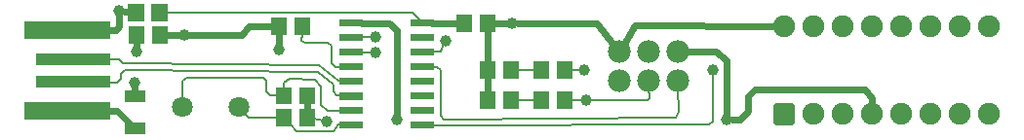
<source format=gtl>
G04 MADE WITH FRITZING*
G04 WWW.FRITZING.ORG*
G04 DOUBLE SIDED*
G04 HOLES PLATED*
G04 CONTOUR ON CENTER OF CONTOUR VECTOR*
%ASAXBY*%
%FSLAX23Y23*%
%MOIN*%
%OFA0B0*%
%SFA1.0B1.0*%
%ADD10C,0.070925*%
%ADD11C,0.070866*%
%ADD12C,0.075000*%
%ADD13C,0.078000*%
%ADD14C,0.039370*%
%ADD15R,0.080000X0.026000*%
%ADD16R,0.055118X0.059055*%
%ADD17R,0.295276X0.059055*%
%ADD18R,0.255906X0.039370*%
%ADD19C,0.008000*%
%ADD20C,0.024000*%
%ADD21C,0.020000*%
%LNCOPPER1*%
G90*
G70*
G54D10*
X591Y123D03*
G54D11*
X784Y123D03*
G54D12*
X2650Y99D03*
X2650Y399D03*
X2750Y99D03*
X2750Y399D03*
X2850Y99D03*
X2850Y399D03*
X2950Y99D03*
X2950Y399D03*
X3050Y99D03*
X3050Y399D03*
X3150Y99D03*
X3150Y399D03*
X3250Y99D03*
X3250Y399D03*
X3350Y99D03*
X3350Y399D03*
G54D13*
X2286Y313D03*
X2186Y313D03*
X2086Y313D03*
X2286Y313D03*
X2186Y313D03*
X2086Y313D03*
X2086Y213D03*
X2186Y213D03*
X2286Y213D03*
G54D14*
X430Y207D03*
X436Y315D03*
X1720Y411D03*
X1252Y363D03*
X1972Y147D03*
X1252Y309D03*
X1492Y351D03*
X1084Y75D03*
X1966Y249D03*
X376Y453D03*
X1324Y81D03*
X598Y369D03*
X922Y321D03*
X2452Y81D03*
X2404Y249D03*
G54D15*
X1170Y162D03*
G54D16*
X922Y399D03*
X1003Y399D03*
X436Y369D03*
X517Y369D03*
G54D17*
X200Y110D03*
G54D18*
X220Y209D03*
X220Y287D03*
G54D17*
X200Y386D03*
G54D16*
X1636Y249D03*
X1717Y249D03*
X1636Y147D03*
X1717Y147D03*
G54D19*
X1378Y447D02*
X536Y447D01*
D02*
X1405Y420D02*
X1378Y447D01*
D02*
X880Y177D02*
X880Y213D01*
D02*
X880Y213D02*
X868Y225D01*
D02*
X892Y165D02*
X880Y177D01*
D02*
X610Y225D02*
X592Y213D01*
D02*
X868Y225D02*
X610Y225D01*
D02*
X939Y162D02*
X892Y165D01*
D02*
X592Y213D02*
X591Y145D01*
D02*
X376Y286D02*
X342Y286D01*
D02*
X388Y273D02*
X376Y286D01*
D02*
X1126Y213D02*
X1060Y267D01*
D02*
X1060Y267D02*
X388Y273D01*
D02*
X1135Y213D02*
X1126Y213D01*
D02*
X1797Y249D02*
X1739Y249D01*
D02*
X1204Y363D02*
X1238Y363D01*
D02*
X1204Y311D02*
X1238Y310D01*
D02*
X382Y237D02*
X382Y219D01*
D02*
X382Y219D02*
X370Y207D01*
D02*
X370Y207D02*
X342Y207D01*
D02*
X394Y249D02*
X382Y237D01*
D02*
X1054Y244D02*
X394Y249D01*
D02*
X1120Y165D02*
X1108Y177D01*
D02*
X1108Y202D02*
X1054Y244D01*
D02*
X1108Y177D02*
X1108Y202D01*
D02*
X1135Y164D02*
X1120Y165D01*
D02*
X982Y40D02*
X961Y63D01*
D02*
X1126Y63D02*
X1108Y39D01*
D02*
X1135Y63D02*
X1126Y63D01*
D02*
X1108Y39D02*
X982Y40D01*
D02*
X1000Y351D02*
X1001Y375D01*
D02*
X1114Y261D02*
X1102Y273D01*
D02*
X1135Y262D02*
X1114Y261D01*
D02*
X1012Y345D02*
X1000Y351D01*
D02*
X1090Y345D02*
X1012Y345D01*
D02*
X1102Y333D02*
X1090Y345D01*
D02*
X1102Y273D02*
X1102Y333D01*
G54D20*
D02*
X430Y188D02*
X430Y176D01*
D02*
X430Y51D02*
X430Y51D01*
D02*
X370Y111D02*
X430Y51D01*
D02*
X342Y111D02*
X370Y111D01*
G54D19*
D02*
X820Y87D02*
X917Y87D01*
D02*
X799Y108D02*
X820Y87D01*
D02*
X940Y207D02*
X940Y186D01*
D02*
X958Y219D02*
X940Y207D01*
D02*
X1066Y129D02*
X1066Y195D01*
D02*
X1090Y111D02*
X1066Y129D01*
D02*
X1066Y195D02*
X1046Y217D01*
D02*
X1135Y112D02*
X1090Y111D01*
D02*
X1046Y217D02*
X958Y219D01*
G54D20*
D02*
X436Y345D02*
X436Y334D01*
G54D19*
D02*
X2290Y106D02*
X2287Y189D01*
D02*
X1486Y81D02*
X2278Y87D01*
D02*
X2278Y87D02*
X2290Y106D01*
D02*
X1474Y93D02*
X1486Y81D01*
D02*
X1474Y249D02*
X1474Y93D01*
D02*
X1462Y261D02*
X1474Y249D01*
D02*
X1446Y262D02*
X1462Y261D01*
D02*
X1446Y314D02*
X1474Y315D01*
D02*
X1474Y315D02*
X1486Y339D01*
G54D20*
D02*
X1701Y411D02*
X1658Y411D01*
G54D19*
D02*
X1797Y147D02*
X1739Y147D01*
G54D20*
D02*
X1446Y412D02*
X1533Y411D01*
D02*
X1636Y273D02*
X1636Y387D01*
D02*
X1636Y225D02*
X1636Y171D01*
G54D19*
D02*
X1922Y249D02*
X1952Y249D01*
D02*
X1042Y83D02*
X1071Y78D01*
G54D20*
D02*
X1020Y138D02*
X1020Y111D01*
D02*
X395Y451D02*
X411Y450D01*
D02*
X820Y399D02*
X796Y370D01*
D02*
X796Y370D02*
X617Y369D01*
D02*
X579Y369D02*
X539Y369D01*
D02*
X900Y399D02*
X820Y399D01*
D02*
X1324Y388D02*
X1300Y412D01*
D02*
X1324Y100D02*
X1324Y388D01*
D02*
X1300Y412D02*
X1204Y412D01*
D02*
X376Y399D02*
X364Y387D01*
D02*
X364Y387D02*
X342Y387D01*
D02*
X376Y434D02*
X376Y399D01*
D02*
X922Y375D02*
X922Y340D01*
D02*
X2008Y411D02*
X1739Y411D01*
D02*
X2067Y337D02*
X2008Y411D01*
D02*
X2621Y400D02*
X2140Y405D01*
D02*
X2140Y405D02*
X2101Y339D01*
D02*
X2452Y285D02*
X2452Y100D01*
D02*
X2416Y315D02*
X2452Y285D01*
D02*
X2316Y314D02*
X2416Y315D01*
D02*
X2950Y153D02*
X2926Y183D01*
D02*
X2926Y183D02*
X2548Y183D01*
D02*
X2548Y183D02*
X2524Y159D01*
D02*
X2524Y111D02*
X2500Y81D01*
D02*
X2950Y128D02*
X2950Y153D01*
D02*
X2524Y159D02*
X2524Y111D01*
D02*
X2500Y81D02*
X2471Y81D01*
G54D19*
D02*
X1953Y147D02*
X1922Y147D01*
D02*
X2392Y63D02*
X2404Y75D01*
D02*
X2404Y75D02*
X2404Y236D01*
D02*
X1446Y62D02*
X2392Y63D01*
D02*
X2182Y147D02*
X1985Y147D01*
D02*
X2187Y189D02*
X2188Y153D01*
D02*
X2188Y153D02*
X2182Y147D01*
G36*
X1210Y399D02*
X1130Y399D01*
X1130Y425D01*
X1210Y425D01*
X1210Y399D01*
G37*
D02*
G36*
X1210Y349D02*
X1130Y349D01*
X1130Y375D01*
X1210Y375D01*
X1210Y349D01*
G37*
D02*
G36*
X1210Y299D02*
X1130Y299D01*
X1130Y325D01*
X1210Y325D01*
X1210Y299D01*
G37*
D02*
G36*
X1210Y249D02*
X1130Y249D01*
X1130Y275D01*
X1210Y275D01*
X1210Y249D01*
G37*
D02*
G36*
X1210Y199D02*
X1130Y199D01*
X1130Y225D01*
X1210Y225D01*
X1210Y199D01*
G37*
D02*
G36*
X1210Y99D02*
X1130Y99D01*
X1130Y125D01*
X1210Y125D01*
X1210Y99D01*
G37*
D02*
G36*
X1210Y49D02*
X1130Y49D01*
X1130Y75D01*
X1210Y75D01*
X1210Y49D01*
G37*
D02*
G36*
X1452Y49D02*
X1372Y49D01*
X1372Y75D01*
X1452Y75D01*
X1452Y49D01*
G37*
D02*
G36*
X1452Y99D02*
X1372Y99D01*
X1372Y125D01*
X1452Y125D01*
X1452Y99D01*
G37*
D02*
G36*
X1452Y149D02*
X1372Y149D01*
X1372Y175D01*
X1452Y175D01*
X1452Y149D01*
G37*
D02*
G36*
X1452Y199D02*
X1372Y199D01*
X1372Y225D01*
X1452Y225D01*
X1452Y199D01*
G37*
D02*
G36*
X1452Y249D02*
X1372Y249D01*
X1372Y275D01*
X1452Y275D01*
X1452Y249D01*
G37*
D02*
G36*
X1452Y299D02*
X1372Y299D01*
X1372Y325D01*
X1452Y325D01*
X1452Y299D01*
G37*
D02*
G36*
X1452Y349D02*
X1372Y349D01*
X1372Y375D01*
X1452Y375D01*
X1452Y349D01*
G37*
D02*
G36*
X1452Y399D02*
X1372Y399D01*
X1372Y425D01*
X1452Y425D01*
X1452Y399D01*
G37*
D02*
G36*
X992Y133D02*
X992Y192D01*
X1047Y192D01*
X1047Y133D01*
X992Y133D01*
G37*
D02*
G36*
X912Y133D02*
X912Y192D01*
X967Y192D01*
X967Y133D01*
X912Y133D01*
G37*
D02*
G36*
X992Y58D02*
X992Y117D01*
X1047Y117D01*
X1047Y58D01*
X992Y58D01*
G37*
D02*
G36*
X912Y58D02*
X912Y117D01*
X967Y117D01*
X967Y58D01*
X912Y58D01*
G37*
D02*
G36*
X486Y418D02*
X486Y477D01*
X541Y477D01*
X541Y418D01*
X486Y418D01*
G37*
D02*
G36*
X406Y418D02*
X406Y477D01*
X461Y477D01*
X461Y418D01*
X406Y418D01*
G37*
D02*
G36*
X1608Y382D02*
X1608Y441D01*
X1663Y441D01*
X1663Y382D01*
X1608Y382D01*
G37*
D02*
G36*
X1528Y382D02*
X1528Y441D01*
X1583Y441D01*
X1583Y382D01*
X1528Y382D01*
G37*
D02*
G36*
X1872Y118D02*
X1872Y177D01*
X1927Y177D01*
X1927Y118D01*
X1872Y118D01*
G37*
D02*
G36*
X1792Y118D02*
X1792Y177D01*
X1847Y177D01*
X1847Y118D01*
X1792Y118D01*
G37*
D02*
G36*
X1872Y220D02*
X1872Y279D01*
X1927Y279D01*
X1927Y220D01*
X1872Y220D01*
G37*
D02*
G36*
X1792Y220D02*
X1792Y279D01*
X1847Y279D01*
X1847Y220D01*
X1792Y220D01*
G37*
D02*
G54D21*
X2622Y127D02*
X2677Y127D01*
X2677Y72D01*
X2622Y72D01*
X2622Y127D01*
D02*
G36*
X394Y71D02*
X465Y71D01*
X465Y32D01*
X394Y32D01*
X394Y71D01*
G37*
D02*
G36*
X394Y181D02*
X465Y181D01*
X465Y142D01*
X394Y142D01*
X394Y181D01*
G37*
D02*
G04 End of Copper1*
M02*
</source>
